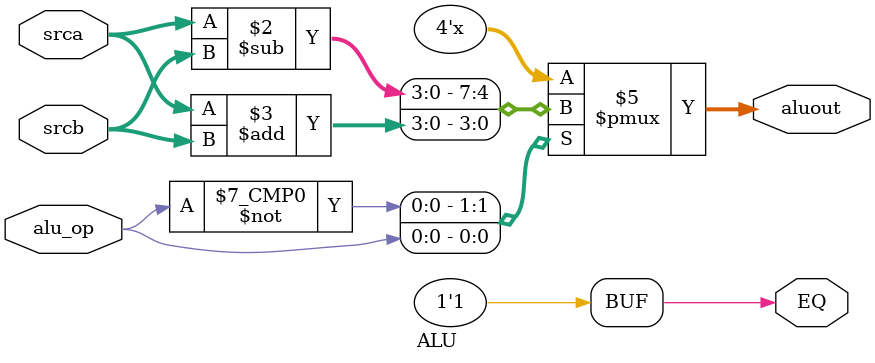
<source format=sv>
`timescale 1ns / 1ps

module ALU(     
      input logic        [3:0]     srca,          //src1  
      input logic         [3:0]     srcb,          //src2  
      input logic         alu_op,     //function sel  
      output logic        [3:0]     aluout,          //result       
      output logic EQ  
   );  
 always @(*)  
 begin   
      case(alu_op)  
          1'b0: aluout = srca - srcb; // sub  
          1'b1: aluout = srca + srcb; // add  
     
          default:aluout = srca + srcb; 
      endcase  
 end  
    assign EQ = 1;  
 endmodule  
</source>
